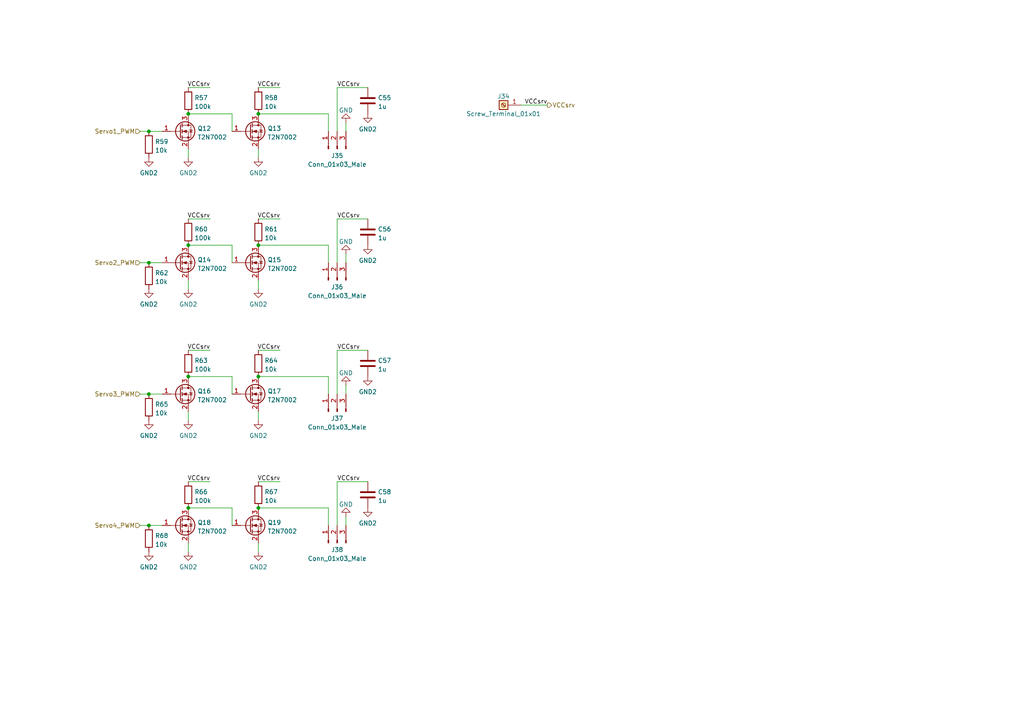
<source format=kicad_sch>
(kicad_sch (version 20211123) (generator eeschema)
  (paper "A4")
  (lib_symbols
    (symbol "Connector:Conn_01x03_Male" (pin_names (offset 1.016) hide)
      (property "Reference" "J" (at 0 5.08 0))
      (property "Value" "Conn_01x03_Male" (at 0 -5.08 0))
      (symbol "Conn_01x03_Male_1_1"
        (polyline (pts (xy 1.27 -2.54) (xy 0.8636 -2.54)) (stroke (width 0.1524)))
        (polyline (pts (xy 1.27 0) (xy 0.8636 0)) (stroke (width 0.1524)))
        (polyline (pts (xy 1.27 2.54) (xy 0.8636 2.54)) (stroke (width 0.1524)))
        (rectangle (start 0.8636 -2.413) (end 0 -2.667) (stroke (width 0.1524)) (fill (type outline)))
        (rectangle (start 0.8636 0.127) (end 0 -0.127) (stroke (width 0.1524)) (fill (type outline)))
        (rectangle (start 0.8636 2.667) (end 0 2.413) (stroke (width 0.1524)) (fill (type outline)))
        (pin passive line (at 5.08 2.54 180) (length 3.81) (name "Pin_1") (number "1"))
        (pin passive line (at 5.08 0 180) (length 3.81) (name "Pin_2") (number "2"))
        (pin passive line (at 5.08 -2.54 180) (length 3.81) (name "Pin_3") (number "3"))
      )
    )
    (symbol "Connector:Screw_Terminal_01x01" (pin_names (offset 1.016) hide)
      (property "Reference" "J" (at 0 2.54 0))
      (property "Value" "Screw_Terminal_01x01" (at 0 -2.54 0))
      (symbol "Screw_Terminal_01x01_1_1"
        (rectangle (start -1.27 1.27) (end 1.27 -1.27) (stroke (width 0.254)) (fill (type background)))
        (polyline (pts (xy -0.5334 0.3302) (xy 0.3302 -0.508)) (stroke (width 0.1524)))
        (polyline (pts (xy -0.3556 0.508) (xy 0.508 -0.3302)) (stroke (width 0.1524)))
        (circle (center 0 0) (radius 0.635) (stroke (width 0.1524)))
        (pin passive line (at -5.08 0 0) (length 3.81) (name "Pin_1") (number "1"))
      )
    )
    (symbol "Device:C" (pin_numbers hide) (pin_names (offset 0.254))
      (property "Reference" "C" (at 0.635 2.54 0))
      (property "Value" "C" (at 0.635 -2.54 0))
      (symbol "C_0_1"
        (polyline (pts (xy -2.032 -0.762) (xy 2.032 -0.762)) (stroke (width 0.508)))
        (polyline (pts (xy -2.032 0.762) (xy 2.032 0.762)) (stroke (width 0.508)))
      )
      (symbol "C_1_1"
        (pin passive line (at 0 3.81 270) (length 2.794) (name "~") (number "1"))
        (pin passive line (at 0 -3.81 90) (length 2.794) (name "~") (number "2"))
      )
    )
    (symbol "Device:Q_NMOS_GSD" (pin_names (offset 0) hide)
      (property "Reference" "Q" (at 5.08 1.27 0))
      (property "Value" "Q_NMOS_GSD" (at 5.08 -1.27 0))
      (symbol "Q_NMOS_GSD_0_1"
        (polyline (pts (xy 0.254 0) (xy -2.54 0)))
        (polyline (pts (xy 0.254 1.905) (xy 0.254 -1.905)) (stroke (width 0.254)))
        (polyline (pts (xy 0.762 -1.27) (xy 0.762 -2.286)) (stroke (width 0.254)))
        (polyline (pts (xy 0.762 0.508) (xy 0.762 -0.508)) (stroke (width 0.254)))
        (polyline (pts (xy 0.762 2.286) (xy 0.762 1.27)) (stroke (width 0.254)))
        (polyline (pts (xy 2.54 2.54) (xy 2.54 1.778)))
        (polyline (pts (xy 2.54 -2.54) (xy 2.54 0) (xy 0.762 0)))
        (polyline (pts (xy 0.762 -1.778) (xy 3.302 -1.778) (xy 3.302 1.778) (xy 0.762 1.778)))
        (polyline (pts (xy 1.016 0) (xy 2.032 0.381) (xy 2.032 -0.381) (xy 1.016 0)) (fill (type outline)))
        (polyline (pts (xy 2.794 0.508) (xy 2.921 0.381) (xy 3.683 0.381) (xy 3.81 0.254)))
        (polyline (pts (xy 3.302 0.381) (xy 2.921 -0.254) (xy 3.683 -0.254) (xy 3.302 0.381)))
        (circle (center 1.651 0) (radius 2.794) (stroke (width 0.254)))
        (circle (center 2.54 -1.778) (radius 0.254) (fill (type outline)))
        (circle (center 2.54 1.778) (radius 0.254) (fill (type outline)))
      )
      (symbol "Q_NMOS_GSD_1_1"
        (pin input line (at -5.08 0 0) (length 2.54) (name "G") (number "1"))
        (pin passive line (at 2.54 -5.08 90) (length 2.54) (name "S") (number "2"))
        (pin passive line (at 2.54 5.08 270) (length 2.54) (name "D") (number "3"))
      )
    )
    (symbol "Device:R" (pin_numbers hide) (pin_names (offset 0))
      (property "Reference" "R" (at 2.032 0 90))
      (property "Value" "R" (at 0 0 90))
      (symbol "R_0_1"
        (rectangle (start -1.016 -2.54) (end 1.016 2.54) (stroke (width 0.254)))
      )
      (symbol "R_1_1"
        (pin passive line (at 0 3.81 270) (length 1.27) (name "~") (number "1"))
        (pin passive line (at 0 -3.81 90) (length 1.27) (name "~") (number "2"))
      )
    )
    (symbol "power:GND" (power) (pin_names (offset 0))
      (property "Value" "GND" (at 0 -3.81 0))
      (symbol "GND_0_1"
        (polyline (pts (xy 0 0) (xy 0 -1.27) (xy 1.27 -1.27) (xy 0 -2.54) (xy -1.27 -1.27) (xy 0 -1.27)))
      )
      (symbol "GND_1_1"
        (pin power_in line (at 0 0 270) (length 0) hide (name "GND") (number "1"))
      )
    )
    (symbol "power:GND2" (power) (pin_names (offset 0))
      (property "Value" "GND2" (at 0 -3.81 0))
      (symbol "GND2_0_1"
        (polyline (pts (xy 0 0) (xy 0 -1.27) (xy 1.27 -1.27) (xy 0 -2.54) (xy -1.27 -1.27) (xy 0 -1.27)))
      )
      (symbol "GND2_1_1"
        (pin power_in line (at 0 0 270) (length 0) hide (name "GND2") (number "1"))
      )
    )
  )
  (junction (at 43.18 152.4))
  (junction (at 74.93 71.12))
  (junction (at 74.93 33.02))
  (junction (at 43.18 38.1))
  (junction (at 74.93 147.32))
  (junction (at 54.61 147.32))
  (junction (at 54.61 109.22))
  (junction (at 54.61 71.12))
  (junction (at 54.61 33.02))
  (junction (at 43.18 114.3))
  (junction (at 43.18 76.2))
  (junction (at 74.93 109.22))
  (wire (pts (xy 67.31 147.32) (xy 54.61 147.32)))
  (wire (pts (xy 74.93 109.22) (xy 95.25 109.22)))
  (wire (pts (xy 40.64 38.1) (xy 43.18 38.1)))
  (wire (pts (xy 67.31 33.02) (xy 54.61 33.02)))
  (wire (pts (xy 74.93 101.6) (xy 81.28 101.6)))
  (wire (pts (xy 97.79 101.6) (xy 97.79 114.3)))
  (wire (pts (xy 97.79 139.7) (xy 106.68 139.7)))
  (wire (pts (xy 54.61 83.82) (xy 54.61 81.28)))
  (wire (pts (xy 54.61 121.92) (xy 54.61 119.38)))
  (wire (pts (xy 67.31 152.4) (xy 67.31 147.32)))
  (wire (pts (xy 43.18 152.4) (xy 46.99 152.4)))
  (wire (pts (xy 95.25 33.02) (xy 95.25 38.1)))
  (wire (pts (xy 100.33 111.76) (xy 100.33 114.3)))
  (wire (pts (xy 97.79 25.4) (xy 106.68 25.4)))
  (wire (pts (xy 151.13 30.48) (xy 158.75 30.48)))
  (wire (pts (xy 74.93 25.4) (xy 81.28 25.4)))
  (wire (pts (xy 54.61 139.7) (xy 60.96 139.7)))
  (wire (pts (xy 40.64 114.3) (xy 43.18 114.3)))
  (wire (pts (xy 74.93 121.92) (xy 74.93 119.38)))
  (wire (pts (xy 74.93 147.32) (xy 95.25 147.32)))
  (wire (pts (xy 97.79 63.5) (xy 97.79 76.2)))
  (wire (pts (xy 40.64 152.4) (xy 43.18 152.4)))
  (wire (pts (xy 100.33 35.56) (xy 100.33 38.1)))
  (wire (pts (xy 95.25 147.32) (xy 95.25 152.4)))
  (wire (pts (xy 67.31 38.1) (xy 67.31 33.02)))
  (wire (pts (xy 43.18 114.3) (xy 46.99 114.3)))
  (wire (pts (xy 54.61 160.02) (xy 54.61 157.48)))
  (wire (pts (xy 97.79 139.7) (xy 97.79 152.4)))
  (wire (pts (xy 100.33 149.86) (xy 100.33 152.4)))
  (wire (pts (xy 67.31 109.22) (xy 54.61 109.22)))
  (wire (pts (xy 54.61 101.6) (xy 60.96 101.6)))
  (wire (pts (xy 74.93 83.82) (xy 74.93 81.28)))
  (wire (pts (xy 43.18 76.2) (xy 46.99 76.2)))
  (wire (pts (xy 74.93 33.02) (xy 95.25 33.02)))
  (wire (pts (xy 67.31 114.3) (xy 67.31 109.22)))
  (wire (pts (xy 67.31 76.2) (xy 67.31 71.12)))
  (wire (pts (xy 74.93 45.72) (xy 74.93 43.18)))
  (wire (pts (xy 54.61 45.72) (xy 54.61 43.18)))
  (wire (pts (xy 54.61 63.5) (xy 60.96 63.5)))
  (wire (pts (xy 95.25 71.12) (xy 95.25 76.2)))
  (wire (pts (xy 54.61 25.4) (xy 60.96 25.4)))
  (wire (pts (xy 97.79 101.6) (xy 106.68 101.6)))
  (wire (pts (xy 74.93 160.02) (xy 74.93 157.48)))
  (wire (pts (xy 74.93 71.12) (xy 95.25 71.12)))
  (wire (pts (xy 43.18 38.1) (xy 46.99 38.1)))
  (wire (pts (xy 100.33 73.66) (xy 100.33 76.2)))
  (wire (pts (xy 74.93 139.7) (xy 81.28 139.7)))
  (wire (pts (xy 67.31 71.12) (xy 54.61 71.12)))
  (wire (pts (xy 97.79 25.4) (xy 97.79 38.1)))
  (wire (pts (xy 95.25 109.22) (xy 95.25 114.3)))
  (wire (pts (xy 97.79 63.5) (xy 106.68 63.5)))
  (wire (pts (xy 40.64 76.2) (xy 43.18 76.2)))
  (wire (pts (xy 74.93 63.5) (xy 81.28 63.5)))
  (label "VCCsrv" (at 60.96 25.4 180))
  (label "VCCsrv" (at 81.28 25.4 180))
  (label "VCCsrv" (at 81.28 101.6 180))
  (label "VCCsrv" (at 97.79 63.5 0))
  (label "VCCsrv" (at 81.28 63.5 180))
  (label "VCCsrv" (at 158.75 30.48 180))
  (label "VCCsrv" (at 60.96 139.7 180))
  (label "VCCsrv" (at 97.79 139.7 0))
  (label "VCCsrv" (at 97.79 101.6 0))
  (label "VCCsrv" (at 81.28 139.7 180))
  (label "VCCsrv" (at 60.96 63.5 180))
  (label "VCCsrv" (at 60.96 101.6 180))
  (label "VCCsrv" (at 97.79 25.4 0))
  (hierarchical_label "Servo2_PWM" (shape input) (at 40.64 76.2 180))
  (hierarchical_label "Servo1_PWM" (shape input) (at 40.64 38.1 180))
  (hierarchical_label "Servo4_PWM" (shape input) (at 40.64 152.4 180))
  (hierarchical_label "VCCsrv" (shape output) (at 158.75 30.48 0))
  (hierarchical_label "Servo3_PWM" (shape input) (at 40.64 114.3 180))
  (symbol (lib_id "power:GND") (at 100.33 111.76 180) (unit 1)
    (property "Reference" "#PWR0216" (effects hide))
    (property "Value" "GND" (at 100.33 108.1842 0))
  )
  (symbol (lib_id "Device:R") (at 74.93 143.51 0) (unit 1)
    (property "Reference" "R67" (at 76.708 142.6753 0) (effects (justify left)))
    (property "Value" "10k" (at 76.708 145.2122 0) (effects (justify left)))
    (property "Footprint" "Resistor_SMD:R_0805_2012Metric_Pad1.20x1.40mm_HandSolder" (effects hide))
  )
  (symbol (lib_id "power:GND2") (at 74.93 83.82 0) (unit 1)
    (property "Reference" "#PWR0214" (effects hide))
    (property "Value" "GND2" (at 74.93 88.2634 0))
  )
  (symbol (lib_id "power:GND2") (at 43.18 83.82 0) (unit 1)
    (property "Reference" "#PWR0212" (effects hide))
    (property "Value" "GND2" (at 43.18 88.2634 0))
  )
  (symbol (lib_id "power:GND") (at 100.33 149.86 180) (unit 1)
    (property "Reference" "#PWR0221" (effects hide))
    (property "Value" "GND" (at 100.33 146.2842 0))
  )
  (symbol (lib_id "Device:C") (at 106.68 67.31 0) (unit 1)
    (property "Reference" "C56" (at 109.601 66.4753 0) (effects (justify left)))
    (property "Value" "1u" (at 109.601 69.0122 0) (effects (justify left)))
    (property "Footprint" "Capacitor_SMD:C_0805_2012Metric_Pad1.18x1.45mm_HandSolder" (effects hide))
  )
  (symbol (lib_id "power:GND2") (at 74.93 45.72 0) (unit 1)
    (property "Reference" "#PWR0209" (effects hide))
    (property "Value" "GND2" (at 74.93 50.1634 0))
  )
  (symbol (lib_id "power:GND2") (at 43.18 45.72 0) (unit 1)
    (property "Reference" "#PWR0207" (effects hide))
    (property "Value" "GND2" (at 43.18 50.1634 0))
  )
  (symbol (lib_id "Device:R") (at 74.93 29.21 0) (unit 1)
    (property "Reference" "R58" (at 76.708 28.3753 0) (effects (justify left)))
    (property "Value" "10k" (at 76.708 30.9122 0) (effects (justify left)))
    (property "Footprint" "Resistor_SMD:R_0805_2012Metric_Pad1.20x1.40mm_HandSolder" (effects hide))
  )
  (symbol (lib_id "power:GND2") (at 106.68 71.12 0) (unit 1)
    (property "Reference" "#PWR0210" (effects hide))
    (property "Value" "GND2" (at 106.68 75.5634 0))
  )
  (symbol (lib_id "Device:R") (at 43.18 80.01 0) (unit 1)
    (property "Reference" "R62" (at 44.958 79.1753 0) (effects (justify left)))
    (property "Value" "10k" (at 44.958 81.7122 0) (effects (justify left)))
    (property "Footprint" "Resistor_SMD:R_0805_2012Metric_Pad1.20x1.40mm_HandSolder" (effects hide))
  )
  (symbol (lib_id "power:GND") (at 100.33 73.66 180) (unit 1)
    (property "Reference" "#PWR0211" (effects hide))
    (property "Value" "GND" (at 100.33 70.0842 0))
  )
  (symbol (lib_id "power:GND2") (at 74.93 121.92 0) (unit 1)
    (property "Reference" "#PWR0219" (effects hide))
    (property "Value" "GND2" (at 74.93 126.3634 0))
  )
  (symbol (lib_id "Device:Q_NMOS_GSD") (at 52.07 76.2 0) (unit 1)
    (property "Reference" "Q14" (at 57.277 75.3653 0) (effects (justify left)))
    (property "Value" "T2N7002" (at 57.277 77.9022 0) (effects (justify left)))
    (property "Footprint" "Package_TO_SOT_SMD:SOT-23" (effects hide))
  )
  (symbol (lib_id "power:GND2") (at 54.61 121.92 0) (unit 1)
    (property "Reference" "#PWR0218" (effects hide))
    (property "Value" "GND2" (at 54.61 126.3634 0))
  )
  (symbol (lib_id "Connector:Conn_01x03_Male") (at 97.79 119.38 90) (unit 1)
    (property "Reference" "J37" (at 97.79 121.3596 90))
    (property "Value" "Conn_01x03_Male" (at 97.79 123.8965 90))
    (property "Footprint" "Connector_PinHeader_2.54mm:PinHeader_1x03_P2.54mm_Vertical" (effects hide))
  )
  (symbol (lib_id "power:GND2") (at 106.68 33.02 0) (unit 1)
    (property "Reference" "#PWR0205" (effects hide))
    (property "Value" "GND2" (at 106.68 37.4634 0))
  )
  (symbol (lib_id "Device:Q_NMOS_GSD") (at 72.39 38.1 0) (unit 1)
    (property "Reference" "Q13" (at 77.597 37.2653 0) (effects (justify left)))
    (property "Value" "T2N7002" (at 77.597 39.8022 0) (effects (justify left)))
    (property "Footprint" "Package_TO_SOT_SMD:SOT-23" (effects hide))
  )
  (symbol (lib_id "Connector:Conn_01x03_Male") (at 97.79 43.18 90) (unit 1)
    (property "Reference" "J35" (at 97.79 45.1596 90))
    (property "Value" "Conn_01x03_Male" (at 97.79 47.6965 90))
    (property "Footprint" "Connector_PinHeader_2.54mm:PinHeader_1x03_P2.54mm_Vertical" (effects hide))
  )
  (symbol (lib_id "Device:R") (at 54.61 29.21 0) (unit 1)
    (property "Reference" "R57" (at 56.388 28.3753 0) (effects (justify left)))
    (property "Value" "100k" (at 56.388 30.9122 0) (effects (justify left)))
    (property "Footprint" "Resistor_SMD:R_0805_2012Metric_Pad1.20x1.40mm_HandSolder" (effects hide))
  )
  (symbol (lib_id "Connector:Conn_01x03_Male") (at 97.79 157.48 90) (unit 1)
    (property "Reference" "J38" (at 97.79 159.4596 90))
    (property "Value" "Conn_01x03_Male" (at 97.79 161.9965 90))
    (property "Footprint" "Connector_PinHeader_2.54mm:PinHeader_1x03_P2.54mm_Vertical" (effects hide))
  )
  (symbol (lib_id "Device:R") (at 54.61 67.31 0) (unit 1)
    (property "Reference" "R60" (at 56.388 66.4753 0) (effects (justify left)))
    (property "Value" "100k" (at 56.388 69.0122 0) (effects (justify left)))
    (property "Footprint" "Resistor_SMD:R_0805_2012Metric_Pad1.20x1.40mm_HandSolder" (effects hide))
  )
  (symbol (lib_id "power:GND2") (at 54.61 160.02 0) (unit 1)
    (property "Reference" "#PWR0223" (effects hide))
    (property "Value" "GND2" (at 54.61 164.4634 0))
  )
  (symbol (lib_id "power:GND2") (at 43.18 121.92 0) (unit 1)
    (property "Reference" "#PWR0217" (effects hide))
    (property "Value" "GND2" (at 43.18 126.3634 0))
  )
  (symbol (lib_id "Device:R") (at 43.18 41.91 0) (unit 1)
    (property "Reference" "R59" (at 44.958 41.0753 0) (effects (justify left)))
    (property "Value" "10k" (at 44.958 43.6122 0) (effects (justify left)))
    (property "Footprint" "Resistor_SMD:R_0805_2012Metric_Pad1.20x1.40mm_HandSolder" (effects hide))
  )
  (symbol (lib_id "Device:Q_NMOS_GSD") (at 72.39 152.4 0) (unit 1)
    (property "Reference" "Q19" (at 77.597 151.5653 0) (effects (justify left)))
    (property "Value" "T2N7002" (at 77.597 154.1022 0) (effects (justify left)))
    (property "Footprint" "Package_TO_SOT_SMD:SOT-23" (effects hide))
  )
  (symbol (lib_id "Device:C") (at 106.68 105.41 0) (unit 1)
    (property "Reference" "C57" (at 109.601 104.5753 0) (effects (justify left)))
    (property "Value" "1u" (at 109.601 107.1122 0) (effects (justify left)))
    (property "Footprint" "Capacitor_SMD:C_0805_2012Metric_Pad1.18x1.45mm_HandSolder" (effects hide))
  )
  (symbol (lib_id "Device:C") (at 106.68 29.21 0) (unit 1)
    (property "Reference" "C55" (at 109.601 28.3753 0) (effects (justify left)))
    (property "Value" "1u" (at 109.601 30.9122 0) (effects (justify left)))
    (property "Footprint" "Capacitor_SMD:C_0805_2012Metric_Pad1.18x1.45mm_HandSolder" (effects hide))
  )
  (symbol (lib_id "Device:Q_NMOS_GSD") (at 52.07 152.4 0) (unit 1)
    (property "Reference" "Q18" (at 57.277 151.5653 0) (effects (justify left)))
    (property "Value" "T2N7002" (at 57.277 154.1022 0) (effects (justify left)))
    (property "Footprint" "Package_TO_SOT_SMD:SOT-23" (effects hide))
  )
  (symbol (lib_id "power:GND2") (at 74.93 160.02 0) (unit 1)
    (property "Reference" "#PWR0224" (effects hide))
    (property "Value" "GND2" (at 74.93 164.4634 0))
  )
  (symbol (lib_id "power:GND2") (at 54.61 83.82 0) (unit 1)
    (property "Reference" "#PWR0213" (effects hide))
    (property "Value" "GND2" (at 54.61 88.2634 0))
  )
  (symbol (lib_id "power:GND2") (at 54.61 45.72 0) (unit 1)
    (property "Reference" "#PWR0208" (effects hide))
    (property "Value" "GND2" (at 54.61 50.1634 0))
  )
  (symbol (lib_id "Device:Q_NMOS_GSD") (at 72.39 114.3 0) (unit 1)
    (property "Reference" "Q17" (at 77.597 113.4653 0) (effects (justify left)))
    (property "Value" "T2N7002" (at 77.597 116.0022 0) (effects (justify left)))
    (property "Footprint" "Package_TO_SOT_SMD:SOT-23" (effects hide))
  )
  (symbol (lib_id "Device:Q_NMOS_GSD") (at 72.39 76.2 0) (unit 1)
    (property "Reference" "Q15" (at 77.597 75.3653 0) (effects (justify left)))
    (property "Value" "T2N7002" (at 77.597 77.9022 0) (effects (justify left)))
    (property "Footprint" "Package_TO_SOT_SMD:SOT-23" (effects hide))
  )
  (symbol (lib_id "power:GND2") (at 106.68 109.22 0) (unit 1)
    (property "Reference" "#PWR0215" (effects hide))
    (property "Value" "GND2" (at 106.68 113.6634 0))
  )
  (symbol (lib_id "Device:R") (at 74.93 67.31 0) (unit 1)
    (property "Reference" "R61" (at 76.708 66.4753 0) (effects (justify left)))
    (property "Value" "10k" (at 76.708 69.0122 0) (effects (justify left)))
    (property "Footprint" "Resistor_SMD:R_0805_2012Metric_Pad1.20x1.40mm_HandSolder" (effects hide))
  )
  (symbol (lib_id "power:GND") (at 100.33 35.56 180) (unit 1)
    (property "Reference" "#PWR0206" (effects hide))
    (property "Value" "GND" (at 100.33 31.9842 0))
  )
  (symbol (lib_id "Device:R") (at 43.18 118.11 0) (unit 1)
    (property "Reference" "R65" (at 44.958 117.2753 0) (effects (justify left)))
    (property "Value" "10k" (at 44.958 119.8122 0) (effects (justify left)))
    (property "Footprint" "Resistor_SMD:R_0805_2012Metric_Pad1.20x1.40mm_HandSolder" (effects hide))
  )
  (symbol (lib_id "Device:C") (at 106.68 143.51 0) (unit 1)
    (property "Reference" "C58" (at 109.601 142.6753 0) (effects (justify left)))
    (property "Value" "1u" (at 109.601 145.2122 0) (effects (justify left)))
    (property "Footprint" "Capacitor_SMD:C_0805_2012Metric_Pad1.18x1.45mm_HandSolder" (effects hide))
  )
  (symbol (lib_id "Device:Q_NMOS_GSD") (at 52.07 114.3 0) (unit 1)
    (property "Reference" "Q16" (at 57.277 113.4653 0) (effects (justify left)))
    (property "Value" "T2N7002" (at 57.277 116.0022 0) (effects (justify left)))
    (property "Footprint" "Package_TO_SOT_SMD:SOT-23" (effects hide))
  )
  (symbol (lib_id "Device:R") (at 54.61 143.51 0) (unit 1)
    (property "Reference" "R66" (at 56.388 142.6753 0) (effects (justify left)))
    (property "Value" "100k" (at 56.388 145.2122 0) (effects (justify left)))
    (property "Footprint" "Resistor_SMD:R_0805_2012Metric_Pad1.20x1.40mm_HandSolder" (effects hide))
  )
  (symbol (lib_id "power:GND2") (at 106.68 147.32 0) (unit 1)
    (property "Reference" "#PWR0220" (effects hide))
    (property "Value" "GND2" (at 106.68 151.7634 0))
  )
  (symbol (lib_id "Device:R") (at 43.18 156.21 0) (unit 1)
    (property "Reference" "R68" (at 44.958 155.3753 0) (effects (justify left)))
    (property "Value" "10k" (at 44.958 157.9122 0) (effects (justify left)))
    (property "Footprint" "Resistor_SMD:R_0805_2012Metric_Pad1.20x1.40mm_HandSolder" (effects hide))
  )
  (symbol (lib_id "Connector:Screw_Terminal_01x01") (at 146.05 30.48 180) (unit 1)
    (property "Reference" "J34" (at 146.05 27.94 0))
    (property "Value" "Screw_Terminal_01x01" (at 146.05 33.02 0))
    (property "Footprint" "MASA_footprint:ScrewTerminal_1x01_5x7mm" (effects hide))
  )
  (symbol (lib_id "Device:R") (at 74.93 105.41 0) (unit 1)
    (property "Reference" "R64" (at 76.708 104.5753 0) (effects (justify left)))
    (property "Value" "10k" (at 76.708 107.1122 0) (effects (justify left)))
    (property "Footprint" "Resistor_SMD:R_0805_2012Metric_Pad1.20x1.40mm_HandSolder" (effects hide))
  )
  (symbol (lib_id "power:GND2") (at 43.18 160.02 0) (unit 1)
    (property "Reference" "#PWR0222" (effects hide))
    (property "Value" "GND2" (at 43.18 164.4634 0))
  )
  (symbol (lib_id "Device:R") (at 54.61 105.41 0) (unit 1)
    (property "Reference" "R63" (at 56.388 104.5753 0) (effects (justify left)))
    (property "Value" "100k" (at 56.388 107.1122 0) (effects (justify left)))
    (property "Footprint" "Resistor_SMD:R_0805_2012Metric_Pad1.20x1.40mm_HandSolder" (effects hide))
  )
  (symbol (lib_id "Device:Q_NMOS_GSD") (at 52.07 38.1 0) (unit 1)
    (property "Reference" "Q12" (at 57.277 37.2653 0) (effects (justify left)))
    (property "Value" "T2N7002" (at 57.277 39.8022 0) (effects (justify left)))
    (property "Footprint" "Package_TO_SOT_SMD:SOT-23" (effects hide))
  )
  (symbol (lib_id "Connector:Conn_01x03_Male") (at 97.79 81.28 90) (unit 1)
    (property "Reference" "J36" (at 97.79 83.2596 90))
    (property "Value" "Conn_01x03_Male" (at 97.79 85.7965 90))
    (property "Footprint" "Connector_PinHeader_2.54mm:PinHeader_1x03_P2.54mm_Vertical" (effects hide))
  )
)
</source>
